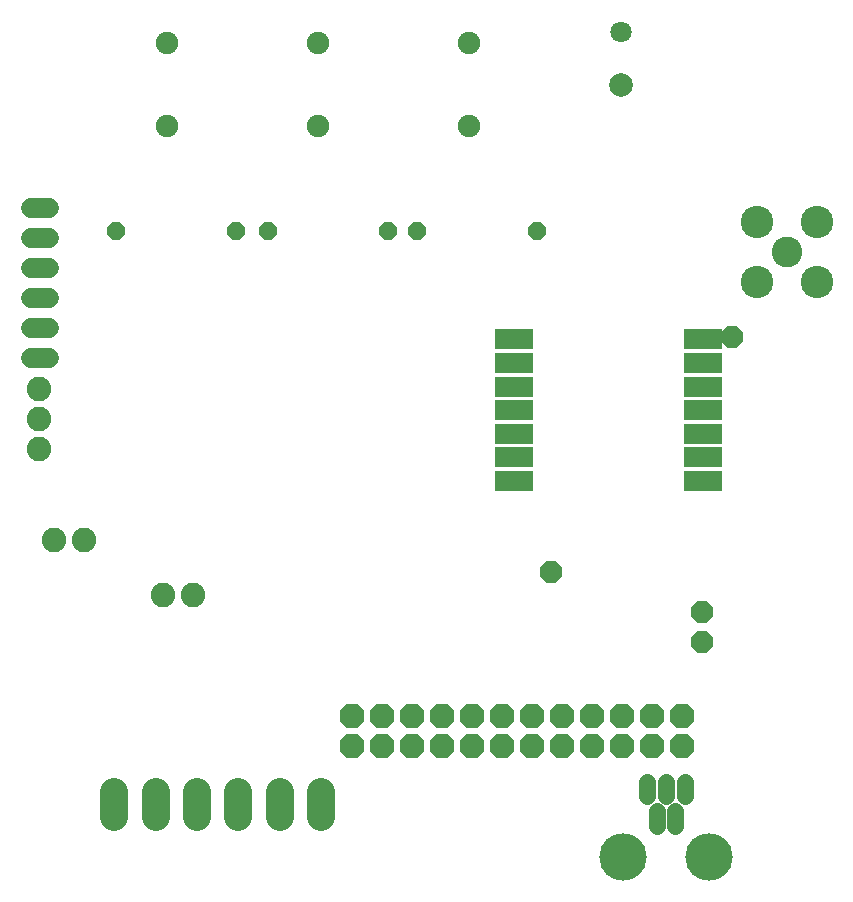
<source format=gbr>
G04 EAGLE Gerber RS-274X export*
G75*
%MOMM*%
%FSLAX34Y34*%
%LPD*%
%INSoldermask Bottom*%
%IPPOS*%
%AMOC8*
5,1,8,0,0,1.08239X$1,22.5*%
G01*
%ADD10C,2.082800*%
%ADD11C,1.903200*%
%ADD12C,2.336800*%
%ADD13C,1.803200*%
%ADD14C,2.003200*%
%ADD15P,2.254402X8X202.500000*%
%ADD16P,1.649562X8X22.500000*%
%ADD17R,3.203200X1.703200*%
%ADD18C,1.727200*%
%ADD19C,2.603200*%
%ADD20C,2.753200*%
%ADD21P,1.951982X8X22.500000*%
%ADD22C,4.013200*%
%ADD23C,1.411200*%


D10*
X139523Y352683D03*
X114123Y352683D03*
D11*
X465957Y773895D03*
X465957Y703895D03*
X338227Y773895D03*
X338227Y703895D03*
X210497Y773895D03*
X210497Y703895D03*
D12*
X165697Y139825D02*
X165697Y118489D01*
X200697Y118489D02*
X200697Y139825D01*
X235697Y139825D02*
X235697Y118489D01*
X270697Y118489D02*
X270697Y139825D01*
X305697Y139825D02*
X305697Y118489D01*
X340697Y118489D02*
X340697Y139825D01*
D10*
X102031Y481055D03*
X102031Y455655D03*
X102031Y430255D03*
D13*
X594277Y783084D03*
D14*
X594277Y738084D03*
D15*
X646265Y203891D03*
X646265Y178491D03*
X620865Y203891D03*
X620865Y178491D03*
X595465Y203891D03*
X595465Y178491D03*
X570065Y203891D03*
X570065Y178491D03*
X544665Y203891D03*
X544665Y178491D03*
X519265Y203891D03*
X519265Y178491D03*
X493865Y203891D03*
X493865Y178491D03*
X468465Y203891D03*
X468465Y178491D03*
X443065Y203891D03*
X443065Y178491D03*
X417665Y203891D03*
X417665Y178491D03*
X392265Y203891D03*
X392265Y178491D03*
X366865Y203891D03*
X366865Y178491D03*
D16*
X421564Y614879D03*
X523164Y614879D03*
X295306Y614879D03*
X396906Y614879D03*
X167345Y614879D03*
X268945Y614879D03*
D17*
X504032Y403014D03*
X504032Y423014D03*
X504032Y443014D03*
X504032Y463014D03*
X504032Y483014D03*
X504032Y503014D03*
X504032Y523014D03*
X664032Y523014D03*
X664032Y503014D03*
X664032Y483014D03*
X664032Y463014D03*
X664032Y443014D03*
X664032Y423014D03*
X664032Y403014D03*
D18*
X109908Y506913D02*
X94668Y506913D01*
X94668Y532313D02*
X109908Y532313D01*
X109908Y557713D02*
X94668Y557713D01*
X94668Y583113D02*
X109908Y583113D01*
X109908Y608513D02*
X94668Y608513D01*
X94668Y633913D02*
X109908Y633913D01*
D19*
X735089Y596875D03*
D20*
X760489Y622275D03*
X709689Y622275D03*
X709689Y571475D03*
X760489Y571475D03*
D10*
X232415Y306316D03*
X207015Y306316D03*
D21*
X688868Y524680D03*
X535523Y326319D03*
X662940Y292100D03*
X662940Y266700D03*
D22*
X596206Y84862D03*
X669206Y84862D03*
D23*
X648706Y136362D02*
X648706Y148442D01*
X640706Y123362D02*
X640706Y111282D01*
X632706Y136362D02*
X632706Y148442D01*
X624706Y123362D02*
X624706Y111282D01*
X616706Y136362D02*
X616706Y148442D01*
M02*

</source>
